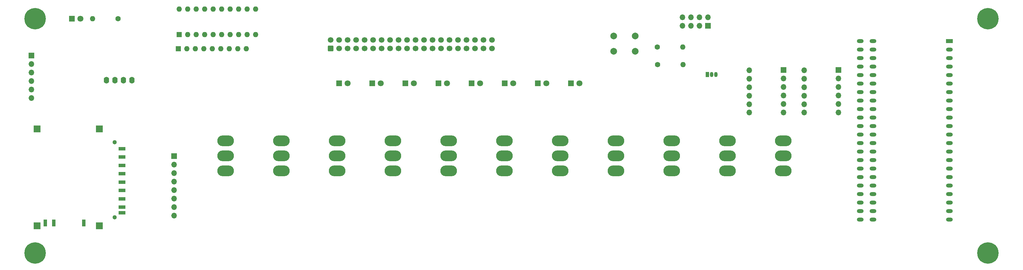
<source format=gbr>
%TF.GenerationSoftware,KiCad,Pcbnew,8.0.6*%
%TF.CreationDate,2025-04-06T11:44:28-05:00*%
%TF.ProjectId,front-panel.processor,66726f6e-742d-4706-916e-656c2e70726f,rev?*%
%TF.SameCoordinates,Original*%
%TF.FileFunction,Soldermask,Bot*%
%TF.FilePolarity,Negative*%
%FSLAX46Y46*%
G04 Gerber Fmt 4.6, Leading zero omitted, Abs format (unit mm)*
G04 Created by KiCad (PCBNEW 8.0.6) date 2025-04-06 11:44:28*
%MOMM*%
%LPD*%
G01*
G04 APERTURE LIST*
G04 Aperture macros list*
%AMRoundRect*
0 Rectangle with rounded corners*
0 $1 Rounding radius*
0 $2 $3 $4 $5 $6 $7 $8 $9 X,Y pos of 4 corners*
0 Add a 4 corners polygon primitive as box body*
4,1,4,$2,$3,$4,$5,$6,$7,$8,$9,$2,$3,0*
0 Add four circle primitives for the rounded corners*
1,1,$1+$1,$2,$3*
1,1,$1+$1,$4,$5*
1,1,$1+$1,$6,$7*
1,1,$1+$1,$8,$9*
0 Add four rect primitives between the rounded corners*
20,1,$1+$1,$2,$3,$4,$5,0*
20,1,$1+$1,$4,$5,$6,$7,0*
20,1,$1+$1,$6,$7,$8,$9,0*
20,1,$1+$1,$8,$9,$2,$3,0*%
G04 Aperture macros list end*
%ADD10R,1.050000X1.500000*%
%ADD11O,1.050000X1.500000*%
%ADD12R,1.700000X1.700000*%
%ADD13O,1.700000X1.700000*%
%ADD14C,1.600000*%
%ADD15O,1.600000X1.600000*%
%ADD16C,1.300000*%
%ADD17R,2.000000X1.100000*%
%ADD18R,1.000000X2.000000*%
%ADD19R,2.000000X2.000000*%
%ADD20RoundRect,0.250000X0.600000X-0.600000X0.600000X0.600000X-0.600000X0.600000X-0.600000X-0.600000X0*%
%ADD21C,1.700000*%
%ADD22C,6.400000*%
%ADD23R,1.800000X1.800000*%
%ADD24C,1.800000*%
%ADD25C,2.000000*%
%ADD26R,1.600000X1.600000*%
%ADD27O,5.000000X3.200000*%
%ADD28O,1.600000X2.000000*%
%ADD29R,2.000000X1.200000*%
%ADD30O,2.000000X1.200000*%
G04 APERTURE END LIST*
D10*
%TO.C,U5*%
X241095600Y-171736800D03*
D11*
X242365600Y-171736800D03*
X243635600Y-171736800D03*
%TD*%
D12*
%TO.C,U4*%
X280260000Y-170348900D03*
D13*
X280260000Y-172888900D03*
X280260000Y-175428900D03*
X280260000Y-177968900D03*
X280260000Y-180508900D03*
X280260000Y-183048900D03*
X270060000Y-183048900D03*
X270060000Y-180548900D03*
X270060000Y-178008900D03*
X270060000Y-175468900D03*
X270060000Y-172928900D03*
X270060000Y-170388900D03*
%TD*%
D12*
%TO.C,U3*%
X263855400Y-170371600D03*
D13*
X263855400Y-172911600D03*
X263855400Y-175451600D03*
X263855400Y-177991600D03*
X263855400Y-180531600D03*
X263855400Y-183071600D03*
X253655400Y-183071600D03*
X253655400Y-180571600D03*
X253655400Y-178031600D03*
X253655400Y-175491600D03*
X253655400Y-172951600D03*
X253655400Y-170411600D03*
%TD*%
D14*
%TO.C,R2*%
X226135000Y-163502800D03*
D15*
X233755000Y-163502800D03*
%TD*%
D14*
%TO.C,R1*%
X226185800Y-168760600D03*
D15*
X233805800Y-168760600D03*
%TD*%
D16*
%TO.C,J5*%
X63777400Y-214341000D03*
X63777400Y-191941000D03*
D17*
X65977400Y-196366000D03*
X65977400Y-198866000D03*
X65977400Y-201366000D03*
X65977400Y-203866000D03*
X65977400Y-206366000D03*
X65977400Y-208866000D03*
X65977400Y-211291000D03*
X65977400Y-212991000D03*
X65977400Y-193866000D03*
D18*
X54577400Y-216041000D03*
D19*
X59227400Y-216941000D03*
X40577400Y-216941000D03*
X59227400Y-187941000D03*
X40577400Y-187941000D03*
D18*
X43027400Y-216041000D03*
X45627400Y-216041000D03*
%TD*%
D20*
%TO.C,J1*%
X128370000Y-163947500D03*
D21*
X128370000Y-161407500D03*
X130910000Y-163947500D03*
X130910000Y-161407500D03*
X133450000Y-163947500D03*
X133450000Y-161407500D03*
X135990000Y-163947500D03*
X135990000Y-161407500D03*
X138530000Y-163947500D03*
X138530000Y-161407500D03*
X141070000Y-163947500D03*
X141070000Y-161407500D03*
X143610000Y-163947500D03*
X143610000Y-161407500D03*
X146150000Y-163947500D03*
X146150000Y-161407500D03*
X148690000Y-163947500D03*
X148690000Y-161407500D03*
X151230000Y-163947500D03*
X151230000Y-161407500D03*
X153770000Y-163947500D03*
X153770000Y-161407500D03*
X156310000Y-163947500D03*
X156310000Y-161407500D03*
X158850000Y-163947500D03*
X158850000Y-161407500D03*
X161390000Y-163947500D03*
X161390000Y-161407500D03*
X163930000Y-163947500D03*
X163930000Y-161407500D03*
X166470000Y-163947500D03*
X166470000Y-161407500D03*
X169010000Y-163947500D03*
X169010000Y-161407500D03*
X171550000Y-163947500D03*
X171550000Y-161407500D03*
X174090000Y-163947500D03*
X174090000Y-161407500D03*
X176630000Y-163947500D03*
X176630000Y-161407500D03*
%TD*%
D12*
%TO.C,J2*%
X38937000Y-165992000D03*
D13*
X38937000Y-168532000D03*
X38937000Y-171072000D03*
X38937000Y-173612000D03*
X38937000Y-176152000D03*
X38937000Y-178692000D03*
%TD*%
D22*
%TO.C,H1*%
X40000000Y-155000000D03*
%TD*%
%TO.C,H2*%
X325000000Y-155000000D03*
%TD*%
%TO.C,H3*%
X325000000Y-225000000D03*
%TD*%
%TO.C,H4*%
X40000000Y-225000000D03*
%TD*%
D23*
%TO.C,D5*%
X51000000Y-155000000D03*
D24*
X53540000Y-155000000D03*
%TD*%
D14*
%TO.C,R6*%
X64810000Y-155000000D03*
D15*
X57190000Y-155000000D03*
%TD*%
D23*
%TO.C,D4*%
X170549000Y-174327000D03*
D24*
X173089000Y-174327000D03*
%TD*%
D25*
%TO.C,SW9*%
X213031000Y-160222000D03*
X219531000Y-160222000D03*
X213031000Y-164722000D03*
X219531000Y-164722000D03*
%TD*%
D23*
%TO.C,D6*%
X160643100Y-174327000D03*
D24*
X163183100Y-174327000D03*
%TD*%
D23*
%TO.C,D3*%
X180454900Y-174329300D03*
D24*
X182994900Y-174329300D03*
%TD*%
D26*
%TO.C,U1*%
X83075000Y-159800000D03*
D15*
X85615000Y-159800000D03*
X88155000Y-159800000D03*
X90695000Y-159800000D03*
X93235000Y-159800000D03*
X95775000Y-159800000D03*
X98315000Y-159800000D03*
X100855000Y-159800000D03*
X103395000Y-159800000D03*
X105935000Y-159800000D03*
X105935000Y-152180000D03*
X103395000Y-152180000D03*
X100855000Y-152180000D03*
X98315000Y-152180000D03*
X95775000Y-152180000D03*
X93235000Y-152180000D03*
X90695000Y-152180000D03*
X88155000Y-152180000D03*
X85615000Y-152180000D03*
X83075000Y-152180000D03*
%TD*%
D27*
%TO.C,SW8*%
X97000000Y-200450000D03*
X97000000Y-196000000D03*
X97000000Y-191550000D03*
%TD*%
%TO.C,SW3*%
X180405000Y-200450000D03*
X180405000Y-196000000D03*
X180405000Y-191550000D03*
%TD*%
%TO.C,SW7*%
X113681000Y-200450000D03*
X113681000Y-196000000D03*
X113681000Y-191550000D03*
%TD*%
%TO.C,SW1*%
X213767000Y-200450000D03*
X213767000Y-196000000D03*
X213767000Y-191550000D03*
%TD*%
%TO.C,SW5*%
X147043000Y-200450000D03*
X147043000Y-196000000D03*
X147043000Y-191550000D03*
%TD*%
D23*
%TO.C,D2*%
X190360800Y-174328800D03*
D24*
X192900800Y-174328800D03*
%TD*%
D27*
%TO.C,SW10*%
X230448000Y-200450000D03*
X230448000Y-196000000D03*
X230448000Y-191550000D03*
%TD*%
D23*
%TO.C,D7*%
X150737300Y-174328800D03*
D24*
X153277300Y-174328800D03*
%TD*%
D27*
%TO.C,SW6*%
X130362000Y-200450000D03*
X130362000Y-196000000D03*
X130362000Y-191550000D03*
%TD*%
%TO.C,SW11*%
X247129000Y-200450000D03*
X247129000Y-196000000D03*
X247129000Y-191550000D03*
%TD*%
D26*
%TO.C,RN1*%
X82825000Y-164000000D03*
D15*
X85365000Y-164000000D03*
X87905000Y-164000000D03*
X90445000Y-164000000D03*
X92985000Y-164000000D03*
X95525000Y-164000000D03*
X98065000Y-164000000D03*
X100605000Y-164000000D03*
X103145000Y-164000000D03*
%TD*%
D23*
%TO.C,D8*%
X140831400Y-174327000D03*
D24*
X143371400Y-174327000D03*
%TD*%
D23*
%TO.C,D1*%
X200266600Y-174327000D03*
D24*
X202806600Y-174327000D03*
%TD*%
D27*
%TO.C,SW2*%
X197086000Y-200450000D03*
X197086000Y-196000000D03*
X197086000Y-191550000D03*
%TD*%
D23*
%TO.C,D9*%
X130925500Y-174327000D03*
D24*
X133465500Y-174327000D03*
%TD*%
D28*
%TO.C,Brd1*%
X61380000Y-173400000D03*
X63920000Y-173400000D03*
X66460000Y-173400000D03*
X69000000Y-173400000D03*
%TD*%
D27*
%TO.C,SW12*%
X263810000Y-200450000D03*
X263810000Y-196000000D03*
X263810000Y-191550000D03*
%TD*%
%TO.C,SW4*%
X163724000Y-200450000D03*
X163724000Y-196000000D03*
X163724000Y-191550000D03*
%TD*%
D12*
%TO.C,J3*%
X81558200Y-196091000D03*
D13*
X81558200Y-198631000D03*
X81558200Y-201171000D03*
X81558200Y-203711000D03*
X81558200Y-206251000D03*
X81558200Y-208791000D03*
X81558200Y-211331000D03*
X81558200Y-213871000D03*
%TD*%
D29*
%TO.C,U2*%
X313511000Y-161721900D03*
D30*
X313511000Y-164261900D03*
X313511000Y-166801900D03*
X313511000Y-169341900D03*
X313511000Y-171881900D03*
X313511000Y-174421900D03*
X313511000Y-176961900D03*
X313511000Y-179501900D03*
X313511000Y-182041900D03*
X313511000Y-184581900D03*
X313511000Y-187121900D03*
X313511000Y-189661900D03*
X313511000Y-192201900D03*
X313511000Y-194741900D03*
X313511000Y-197281900D03*
X313511000Y-199821900D03*
X313511000Y-202361900D03*
X313511000Y-204901900D03*
X313511000Y-207441900D03*
X313514680Y-209979180D03*
X313514680Y-212519180D03*
X313514680Y-215059180D03*
X290651000Y-215061900D03*
X286841000Y-215061900D03*
X290651000Y-212521900D03*
X286841000Y-212521900D03*
X290651000Y-209981900D03*
X286841000Y-209981900D03*
X290651000Y-207441900D03*
X286841000Y-207441900D03*
X290651000Y-204901900D03*
X286841000Y-204901900D03*
X290651000Y-202361900D03*
X286841000Y-202361900D03*
X290651000Y-199821900D03*
X286841000Y-199821900D03*
X290651000Y-197281900D03*
X286841000Y-197281900D03*
X290651000Y-194741900D03*
X286841000Y-194741900D03*
X290651000Y-192201900D03*
X286841000Y-192201900D03*
X290651000Y-189661900D03*
X286841000Y-189661900D03*
X290651000Y-187121900D03*
X286841000Y-187121900D03*
X290651000Y-184581900D03*
X286841000Y-184581900D03*
X290651000Y-182041900D03*
X286841000Y-182041900D03*
X290651000Y-179501900D03*
X286841000Y-179501900D03*
X290651000Y-176961900D03*
X286841000Y-176961900D03*
X290651000Y-174421900D03*
X286841000Y-174421900D03*
X290651000Y-171881900D03*
X286841000Y-171881900D03*
X290651000Y-169341900D03*
X286841000Y-169341900D03*
X290651000Y-166801900D03*
X286841000Y-166801900D03*
X290651000Y-164261900D03*
X286841000Y-164261900D03*
X290651000Y-161721900D03*
X286841000Y-161721900D03*
%TD*%
D12*
%TO.C,J4*%
X241273400Y-157127400D03*
D13*
X241273400Y-154587400D03*
X238733400Y-157127400D03*
X238733400Y-154587400D03*
X236193400Y-157127400D03*
X236193400Y-154587400D03*
X233653400Y-157127400D03*
X233653400Y-154587400D03*
%TD*%
M02*

</source>
